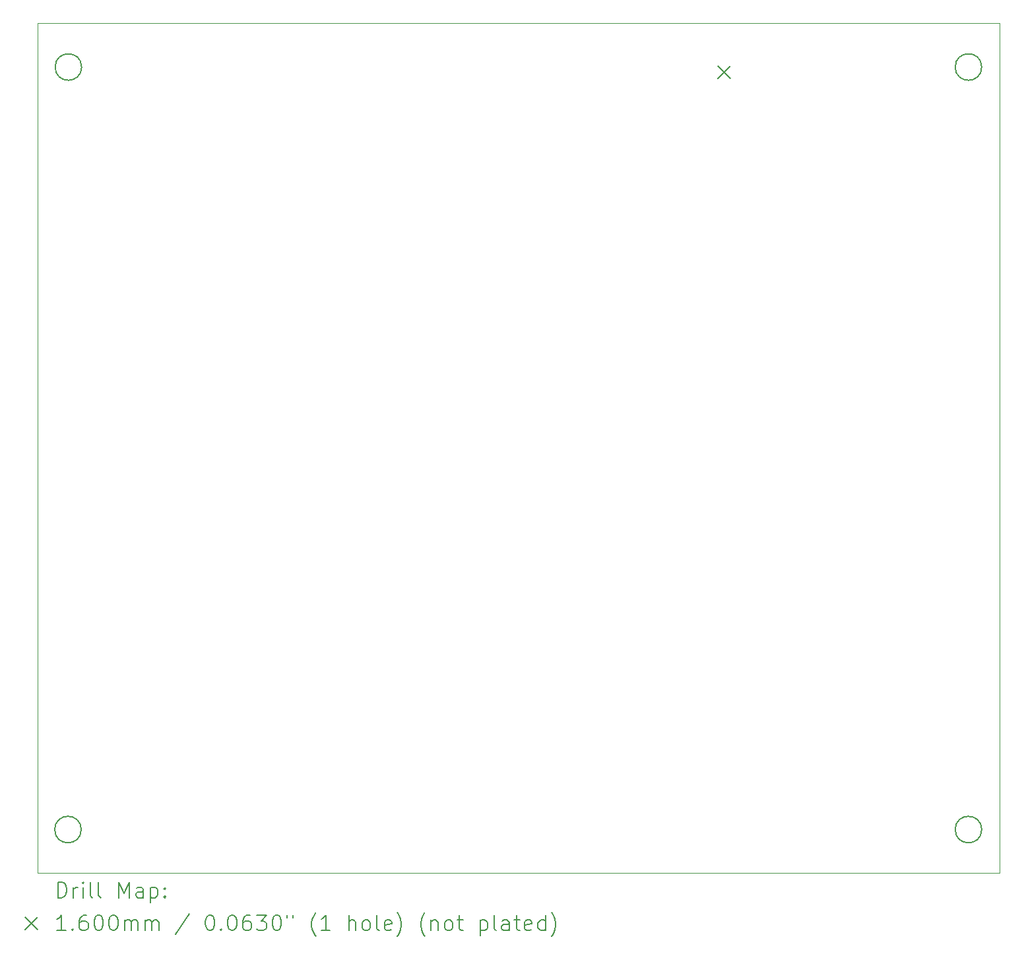
<source format=gbr>
%TF.GenerationSoftware,KiCad,Pcbnew,8.0.5*%
%TF.CreationDate,2025-03-13T16:15:27+08:00*%
%TF.ProjectId,hardware,68617264-7761-4726-952e-6b696361645f,rev?*%
%TF.SameCoordinates,Original*%
%TF.FileFunction,Drillmap*%
%TF.FilePolarity,Positive*%
%FSLAX45Y45*%
G04 Gerber Fmt 4.5, Leading zero omitted, Abs format (unit mm)*
G04 Created by KiCad (PCBNEW 8.0.5) date 2025-03-13 16:15:27*
%MOMM*%
%LPD*%
G01*
G04 APERTURE LIST*
%ADD10C,0.050000*%
%ADD11C,0.200000*%
%ADD12C,0.160000*%
G04 APERTURE END LIST*
D10*
X15793362Y-4348903D02*
X15793362Y-15260318D01*
X15793362Y-4348903D02*
X28115000Y-4348903D01*
X28134000Y-15229841D02*
X28134000Y-15260159D01*
D11*
X16352260Y-14700000D02*
G75*
G02*
X16012260Y-14700000I-170000J0D01*
G01*
X16012260Y-14700000D02*
G75*
G02*
X16352260Y-14700000I170000J0D01*
G01*
X27907260Y-4915000D02*
G75*
G02*
X27567260Y-4915000I-170000J0D01*
G01*
X27567260Y-4915000D02*
G75*
G02*
X27907260Y-4915000I170000J0D01*
G01*
X16357260Y-4915000D02*
G75*
G02*
X16017260Y-4915000I-170000J0D01*
G01*
X16017260Y-4915000D02*
G75*
G02*
X16357260Y-4915000I170000J0D01*
G01*
D10*
X28134000Y-15229841D02*
X28134000Y-4348743D01*
X28134000Y-4348743D02*
X28127260Y-4348743D01*
X28127260Y-4348903D02*
X28115000Y-4348903D01*
D11*
X27907260Y-14700000D02*
G75*
G02*
X27567260Y-14700000I-170000J0D01*
G01*
X27567260Y-14700000D02*
G75*
G02*
X27907260Y-14700000I170000J0D01*
G01*
D10*
X15793362Y-15260318D02*
X28134000Y-15260318D01*
D11*
D12*
X24520000Y-4900000D02*
X24680000Y-5060000D01*
X24680000Y-4900000D02*
X24520000Y-5060000D01*
D11*
X16051639Y-15574302D02*
X16051639Y-15374302D01*
X16051639Y-15374302D02*
X16099258Y-15374302D01*
X16099258Y-15374302D02*
X16127829Y-15383826D01*
X16127829Y-15383826D02*
X16146877Y-15402873D01*
X16146877Y-15402873D02*
X16156401Y-15421921D01*
X16156401Y-15421921D02*
X16165925Y-15460016D01*
X16165925Y-15460016D02*
X16165925Y-15488588D01*
X16165925Y-15488588D02*
X16156401Y-15526683D01*
X16156401Y-15526683D02*
X16146877Y-15545731D01*
X16146877Y-15545731D02*
X16127829Y-15564778D01*
X16127829Y-15564778D02*
X16099258Y-15574302D01*
X16099258Y-15574302D02*
X16051639Y-15574302D01*
X16251639Y-15574302D02*
X16251639Y-15440969D01*
X16251639Y-15479064D02*
X16261163Y-15460016D01*
X16261163Y-15460016D02*
X16270686Y-15450492D01*
X16270686Y-15450492D02*
X16289734Y-15440969D01*
X16289734Y-15440969D02*
X16308782Y-15440969D01*
X16375448Y-15574302D02*
X16375448Y-15440969D01*
X16375448Y-15374302D02*
X16365925Y-15383826D01*
X16365925Y-15383826D02*
X16375448Y-15393350D01*
X16375448Y-15393350D02*
X16384972Y-15383826D01*
X16384972Y-15383826D02*
X16375448Y-15374302D01*
X16375448Y-15374302D02*
X16375448Y-15393350D01*
X16499258Y-15574302D02*
X16480210Y-15564778D01*
X16480210Y-15564778D02*
X16470686Y-15545731D01*
X16470686Y-15545731D02*
X16470686Y-15374302D01*
X16604020Y-15574302D02*
X16584972Y-15564778D01*
X16584972Y-15564778D02*
X16575448Y-15545731D01*
X16575448Y-15545731D02*
X16575448Y-15374302D01*
X16832591Y-15574302D02*
X16832591Y-15374302D01*
X16832591Y-15374302D02*
X16899258Y-15517159D01*
X16899258Y-15517159D02*
X16965925Y-15374302D01*
X16965925Y-15374302D02*
X16965925Y-15574302D01*
X17146877Y-15574302D02*
X17146877Y-15469540D01*
X17146877Y-15469540D02*
X17137353Y-15450492D01*
X17137353Y-15450492D02*
X17118306Y-15440969D01*
X17118306Y-15440969D02*
X17080210Y-15440969D01*
X17080210Y-15440969D02*
X17061163Y-15450492D01*
X17146877Y-15564778D02*
X17127829Y-15574302D01*
X17127829Y-15574302D02*
X17080210Y-15574302D01*
X17080210Y-15574302D02*
X17061163Y-15564778D01*
X17061163Y-15564778D02*
X17051639Y-15545731D01*
X17051639Y-15545731D02*
X17051639Y-15526683D01*
X17051639Y-15526683D02*
X17061163Y-15507635D01*
X17061163Y-15507635D02*
X17080210Y-15498112D01*
X17080210Y-15498112D02*
X17127829Y-15498112D01*
X17127829Y-15498112D02*
X17146877Y-15488588D01*
X17242115Y-15440969D02*
X17242115Y-15640969D01*
X17242115Y-15450492D02*
X17261163Y-15440969D01*
X17261163Y-15440969D02*
X17299258Y-15440969D01*
X17299258Y-15440969D02*
X17318306Y-15450492D01*
X17318306Y-15450492D02*
X17327829Y-15460016D01*
X17327829Y-15460016D02*
X17337353Y-15479064D01*
X17337353Y-15479064D02*
X17337353Y-15536207D01*
X17337353Y-15536207D02*
X17327829Y-15555254D01*
X17327829Y-15555254D02*
X17318306Y-15564778D01*
X17318306Y-15564778D02*
X17299258Y-15574302D01*
X17299258Y-15574302D02*
X17261163Y-15574302D01*
X17261163Y-15574302D02*
X17242115Y-15564778D01*
X17423068Y-15555254D02*
X17432591Y-15564778D01*
X17432591Y-15564778D02*
X17423068Y-15574302D01*
X17423068Y-15574302D02*
X17413544Y-15564778D01*
X17413544Y-15564778D02*
X17423068Y-15555254D01*
X17423068Y-15555254D02*
X17423068Y-15574302D01*
X17423068Y-15450492D02*
X17432591Y-15460016D01*
X17432591Y-15460016D02*
X17423068Y-15469540D01*
X17423068Y-15469540D02*
X17413544Y-15460016D01*
X17413544Y-15460016D02*
X17423068Y-15450492D01*
X17423068Y-15450492D02*
X17423068Y-15469540D01*
D12*
X15630862Y-15822818D02*
X15790862Y-15982818D01*
X15790862Y-15822818D02*
X15630862Y-15982818D01*
D11*
X16156401Y-15994302D02*
X16042115Y-15994302D01*
X16099258Y-15994302D02*
X16099258Y-15794302D01*
X16099258Y-15794302D02*
X16080210Y-15822873D01*
X16080210Y-15822873D02*
X16061163Y-15841921D01*
X16061163Y-15841921D02*
X16042115Y-15851445D01*
X16242115Y-15975254D02*
X16251639Y-15984778D01*
X16251639Y-15984778D02*
X16242115Y-15994302D01*
X16242115Y-15994302D02*
X16232591Y-15984778D01*
X16232591Y-15984778D02*
X16242115Y-15975254D01*
X16242115Y-15975254D02*
X16242115Y-15994302D01*
X16423067Y-15794302D02*
X16384972Y-15794302D01*
X16384972Y-15794302D02*
X16365925Y-15803826D01*
X16365925Y-15803826D02*
X16356401Y-15813350D01*
X16356401Y-15813350D02*
X16337353Y-15841921D01*
X16337353Y-15841921D02*
X16327829Y-15880016D01*
X16327829Y-15880016D02*
X16327829Y-15956207D01*
X16327829Y-15956207D02*
X16337353Y-15975254D01*
X16337353Y-15975254D02*
X16346877Y-15984778D01*
X16346877Y-15984778D02*
X16365925Y-15994302D01*
X16365925Y-15994302D02*
X16404020Y-15994302D01*
X16404020Y-15994302D02*
X16423067Y-15984778D01*
X16423067Y-15984778D02*
X16432591Y-15975254D01*
X16432591Y-15975254D02*
X16442115Y-15956207D01*
X16442115Y-15956207D02*
X16442115Y-15908588D01*
X16442115Y-15908588D02*
X16432591Y-15889540D01*
X16432591Y-15889540D02*
X16423067Y-15880016D01*
X16423067Y-15880016D02*
X16404020Y-15870492D01*
X16404020Y-15870492D02*
X16365925Y-15870492D01*
X16365925Y-15870492D02*
X16346877Y-15880016D01*
X16346877Y-15880016D02*
X16337353Y-15889540D01*
X16337353Y-15889540D02*
X16327829Y-15908588D01*
X16565925Y-15794302D02*
X16584972Y-15794302D01*
X16584972Y-15794302D02*
X16604020Y-15803826D01*
X16604020Y-15803826D02*
X16613544Y-15813350D01*
X16613544Y-15813350D02*
X16623067Y-15832397D01*
X16623067Y-15832397D02*
X16632591Y-15870492D01*
X16632591Y-15870492D02*
X16632591Y-15918112D01*
X16632591Y-15918112D02*
X16623067Y-15956207D01*
X16623067Y-15956207D02*
X16613544Y-15975254D01*
X16613544Y-15975254D02*
X16604020Y-15984778D01*
X16604020Y-15984778D02*
X16584972Y-15994302D01*
X16584972Y-15994302D02*
X16565925Y-15994302D01*
X16565925Y-15994302D02*
X16546877Y-15984778D01*
X16546877Y-15984778D02*
X16537353Y-15975254D01*
X16537353Y-15975254D02*
X16527829Y-15956207D01*
X16527829Y-15956207D02*
X16518306Y-15918112D01*
X16518306Y-15918112D02*
X16518306Y-15870492D01*
X16518306Y-15870492D02*
X16527829Y-15832397D01*
X16527829Y-15832397D02*
X16537353Y-15813350D01*
X16537353Y-15813350D02*
X16546877Y-15803826D01*
X16546877Y-15803826D02*
X16565925Y-15794302D01*
X16756401Y-15794302D02*
X16775448Y-15794302D01*
X16775448Y-15794302D02*
X16794496Y-15803826D01*
X16794496Y-15803826D02*
X16804020Y-15813350D01*
X16804020Y-15813350D02*
X16813544Y-15832397D01*
X16813544Y-15832397D02*
X16823068Y-15870492D01*
X16823068Y-15870492D02*
X16823068Y-15918112D01*
X16823068Y-15918112D02*
X16813544Y-15956207D01*
X16813544Y-15956207D02*
X16804020Y-15975254D01*
X16804020Y-15975254D02*
X16794496Y-15984778D01*
X16794496Y-15984778D02*
X16775448Y-15994302D01*
X16775448Y-15994302D02*
X16756401Y-15994302D01*
X16756401Y-15994302D02*
X16737353Y-15984778D01*
X16737353Y-15984778D02*
X16727829Y-15975254D01*
X16727829Y-15975254D02*
X16718306Y-15956207D01*
X16718306Y-15956207D02*
X16708782Y-15918112D01*
X16708782Y-15918112D02*
X16708782Y-15870492D01*
X16708782Y-15870492D02*
X16718306Y-15832397D01*
X16718306Y-15832397D02*
X16727829Y-15813350D01*
X16727829Y-15813350D02*
X16737353Y-15803826D01*
X16737353Y-15803826D02*
X16756401Y-15794302D01*
X16908782Y-15994302D02*
X16908782Y-15860969D01*
X16908782Y-15880016D02*
X16918306Y-15870492D01*
X16918306Y-15870492D02*
X16937353Y-15860969D01*
X16937353Y-15860969D02*
X16965925Y-15860969D01*
X16965925Y-15860969D02*
X16984972Y-15870492D01*
X16984972Y-15870492D02*
X16994496Y-15889540D01*
X16994496Y-15889540D02*
X16994496Y-15994302D01*
X16994496Y-15889540D02*
X17004020Y-15870492D01*
X17004020Y-15870492D02*
X17023068Y-15860969D01*
X17023068Y-15860969D02*
X17051639Y-15860969D01*
X17051639Y-15860969D02*
X17070687Y-15870492D01*
X17070687Y-15870492D02*
X17080210Y-15889540D01*
X17080210Y-15889540D02*
X17080210Y-15994302D01*
X17175449Y-15994302D02*
X17175449Y-15860969D01*
X17175449Y-15880016D02*
X17184972Y-15870492D01*
X17184972Y-15870492D02*
X17204020Y-15860969D01*
X17204020Y-15860969D02*
X17232591Y-15860969D01*
X17232591Y-15860969D02*
X17251639Y-15870492D01*
X17251639Y-15870492D02*
X17261163Y-15889540D01*
X17261163Y-15889540D02*
X17261163Y-15994302D01*
X17261163Y-15889540D02*
X17270687Y-15870492D01*
X17270687Y-15870492D02*
X17289734Y-15860969D01*
X17289734Y-15860969D02*
X17318306Y-15860969D01*
X17318306Y-15860969D02*
X17337353Y-15870492D01*
X17337353Y-15870492D02*
X17346877Y-15889540D01*
X17346877Y-15889540D02*
X17346877Y-15994302D01*
X17737353Y-15784778D02*
X17565925Y-16041921D01*
X17994496Y-15794302D02*
X18013544Y-15794302D01*
X18013544Y-15794302D02*
X18032592Y-15803826D01*
X18032592Y-15803826D02*
X18042115Y-15813350D01*
X18042115Y-15813350D02*
X18051639Y-15832397D01*
X18051639Y-15832397D02*
X18061163Y-15870492D01*
X18061163Y-15870492D02*
X18061163Y-15918112D01*
X18061163Y-15918112D02*
X18051639Y-15956207D01*
X18051639Y-15956207D02*
X18042115Y-15975254D01*
X18042115Y-15975254D02*
X18032592Y-15984778D01*
X18032592Y-15984778D02*
X18013544Y-15994302D01*
X18013544Y-15994302D02*
X17994496Y-15994302D01*
X17994496Y-15994302D02*
X17975449Y-15984778D01*
X17975449Y-15984778D02*
X17965925Y-15975254D01*
X17965925Y-15975254D02*
X17956401Y-15956207D01*
X17956401Y-15956207D02*
X17946877Y-15918112D01*
X17946877Y-15918112D02*
X17946877Y-15870492D01*
X17946877Y-15870492D02*
X17956401Y-15832397D01*
X17956401Y-15832397D02*
X17965925Y-15813350D01*
X17965925Y-15813350D02*
X17975449Y-15803826D01*
X17975449Y-15803826D02*
X17994496Y-15794302D01*
X18146877Y-15975254D02*
X18156401Y-15984778D01*
X18156401Y-15984778D02*
X18146877Y-15994302D01*
X18146877Y-15994302D02*
X18137353Y-15984778D01*
X18137353Y-15984778D02*
X18146877Y-15975254D01*
X18146877Y-15975254D02*
X18146877Y-15994302D01*
X18280211Y-15794302D02*
X18299258Y-15794302D01*
X18299258Y-15794302D02*
X18318306Y-15803826D01*
X18318306Y-15803826D02*
X18327830Y-15813350D01*
X18327830Y-15813350D02*
X18337353Y-15832397D01*
X18337353Y-15832397D02*
X18346877Y-15870492D01*
X18346877Y-15870492D02*
X18346877Y-15918112D01*
X18346877Y-15918112D02*
X18337353Y-15956207D01*
X18337353Y-15956207D02*
X18327830Y-15975254D01*
X18327830Y-15975254D02*
X18318306Y-15984778D01*
X18318306Y-15984778D02*
X18299258Y-15994302D01*
X18299258Y-15994302D02*
X18280211Y-15994302D01*
X18280211Y-15994302D02*
X18261163Y-15984778D01*
X18261163Y-15984778D02*
X18251639Y-15975254D01*
X18251639Y-15975254D02*
X18242115Y-15956207D01*
X18242115Y-15956207D02*
X18232592Y-15918112D01*
X18232592Y-15918112D02*
X18232592Y-15870492D01*
X18232592Y-15870492D02*
X18242115Y-15832397D01*
X18242115Y-15832397D02*
X18251639Y-15813350D01*
X18251639Y-15813350D02*
X18261163Y-15803826D01*
X18261163Y-15803826D02*
X18280211Y-15794302D01*
X18518306Y-15794302D02*
X18480211Y-15794302D01*
X18480211Y-15794302D02*
X18461163Y-15803826D01*
X18461163Y-15803826D02*
X18451639Y-15813350D01*
X18451639Y-15813350D02*
X18432592Y-15841921D01*
X18432592Y-15841921D02*
X18423068Y-15880016D01*
X18423068Y-15880016D02*
X18423068Y-15956207D01*
X18423068Y-15956207D02*
X18432592Y-15975254D01*
X18432592Y-15975254D02*
X18442115Y-15984778D01*
X18442115Y-15984778D02*
X18461163Y-15994302D01*
X18461163Y-15994302D02*
X18499258Y-15994302D01*
X18499258Y-15994302D02*
X18518306Y-15984778D01*
X18518306Y-15984778D02*
X18527830Y-15975254D01*
X18527830Y-15975254D02*
X18537353Y-15956207D01*
X18537353Y-15956207D02*
X18537353Y-15908588D01*
X18537353Y-15908588D02*
X18527830Y-15889540D01*
X18527830Y-15889540D02*
X18518306Y-15880016D01*
X18518306Y-15880016D02*
X18499258Y-15870492D01*
X18499258Y-15870492D02*
X18461163Y-15870492D01*
X18461163Y-15870492D02*
X18442115Y-15880016D01*
X18442115Y-15880016D02*
X18432592Y-15889540D01*
X18432592Y-15889540D02*
X18423068Y-15908588D01*
X18604020Y-15794302D02*
X18727830Y-15794302D01*
X18727830Y-15794302D02*
X18661163Y-15870492D01*
X18661163Y-15870492D02*
X18689734Y-15870492D01*
X18689734Y-15870492D02*
X18708782Y-15880016D01*
X18708782Y-15880016D02*
X18718306Y-15889540D01*
X18718306Y-15889540D02*
X18727830Y-15908588D01*
X18727830Y-15908588D02*
X18727830Y-15956207D01*
X18727830Y-15956207D02*
X18718306Y-15975254D01*
X18718306Y-15975254D02*
X18708782Y-15984778D01*
X18708782Y-15984778D02*
X18689734Y-15994302D01*
X18689734Y-15994302D02*
X18632592Y-15994302D01*
X18632592Y-15994302D02*
X18613544Y-15984778D01*
X18613544Y-15984778D02*
X18604020Y-15975254D01*
X18851639Y-15794302D02*
X18870687Y-15794302D01*
X18870687Y-15794302D02*
X18889734Y-15803826D01*
X18889734Y-15803826D02*
X18899258Y-15813350D01*
X18899258Y-15813350D02*
X18908782Y-15832397D01*
X18908782Y-15832397D02*
X18918306Y-15870492D01*
X18918306Y-15870492D02*
X18918306Y-15918112D01*
X18918306Y-15918112D02*
X18908782Y-15956207D01*
X18908782Y-15956207D02*
X18899258Y-15975254D01*
X18899258Y-15975254D02*
X18889734Y-15984778D01*
X18889734Y-15984778D02*
X18870687Y-15994302D01*
X18870687Y-15994302D02*
X18851639Y-15994302D01*
X18851639Y-15994302D02*
X18832592Y-15984778D01*
X18832592Y-15984778D02*
X18823068Y-15975254D01*
X18823068Y-15975254D02*
X18813544Y-15956207D01*
X18813544Y-15956207D02*
X18804020Y-15918112D01*
X18804020Y-15918112D02*
X18804020Y-15870492D01*
X18804020Y-15870492D02*
X18813544Y-15832397D01*
X18813544Y-15832397D02*
X18823068Y-15813350D01*
X18823068Y-15813350D02*
X18832592Y-15803826D01*
X18832592Y-15803826D02*
X18851639Y-15794302D01*
X18994496Y-15794302D02*
X18994496Y-15832397D01*
X19070687Y-15794302D02*
X19070687Y-15832397D01*
X19365925Y-16070492D02*
X19356401Y-16060969D01*
X19356401Y-16060969D02*
X19337354Y-16032397D01*
X19337354Y-16032397D02*
X19327830Y-16013350D01*
X19327830Y-16013350D02*
X19318306Y-15984778D01*
X19318306Y-15984778D02*
X19308782Y-15937159D01*
X19308782Y-15937159D02*
X19308782Y-15899064D01*
X19308782Y-15899064D02*
X19318306Y-15851445D01*
X19318306Y-15851445D02*
X19327830Y-15822873D01*
X19327830Y-15822873D02*
X19337354Y-15803826D01*
X19337354Y-15803826D02*
X19356401Y-15775254D01*
X19356401Y-15775254D02*
X19365925Y-15765731D01*
X19546877Y-15994302D02*
X19432592Y-15994302D01*
X19489734Y-15994302D02*
X19489734Y-15794302D01*
X19489734Y-15794302D02*
X19470687Y-15822873D01*
X19470687Y-15822873D02*
X19451639Y-15841921D01*
X19451639Y-15841921D02*
X19432592Y-15851445D01*
X19784973Y-15994302D02*
X19784973Y-15794302D01*
X19870687Y-15994302D02*
X19870687Y-15889540D01*
X19870687Y-15889540D02*
X19861163Y-15870492D01*
X19861163Y-15870492D02*
X19842116Y-15860969D01*
X19842116Y-15860969D02*
X19813544Y-15860969D01*
X19813544Y-15860969D02*
X19794496Y-15870492D01*
X19794496Y-15870492D02*
X19784973Y-15880016D01*
X19994496Y-15994302D02*
X19975449Y-15984778D01*
X19975449Y-15984778D02*
X19965925Y-15975254D01*
X19965925Y-15975254D02*
X19956401Y-15956207D01*
X19956401Y-15956207D02*
X19956401Y-15899064D01*
X19956401Y-15899064D02*
X19965925Y-15880016D01*
X19965925Y-15880016D02*
X19975449Y-15870492D01*
X19975449Y-15870492D02*
X19994496Y-15860969D01*
X19994496Y-15860969D02*
X20023068Y-15860969D01*
X20023068Y-15860969D02*
X20042116Y-15870492D01*
X20042116Y-15870492D02*
X20051639Y-15880016D01*
X20051639Y-15880016D02*
X20061163Y-15899064D01*
X20061163Y-15899064D02*
X20061163Y-15956207D01*
X20061163Y-15956207D02*
X20051639Y-15975254D01*
X20051639Y-15975254D02*
X20042116Y-15984778D01*
X20042116Y-15984778D02*
X20023068Y-15994302D01*
X20023068Y-15994302D02*
X19994496Y-15994302D01*
X20175449Y-15994302D02*
X20156401Y-15984778D01*
X20156401Y-15984778D02*
X20146877Y-15965731D01*
X20146877Y-15965731D02*
X20146877Y-15794302D01*
X20327830Y-15984778D02*
X20308782Y-15994302D01*
X20308782Y-15994302D02*
X20270687Y-15994302D01*
X20270687Y-15994302D02*
X20251639Y-15984778D01*
X20251639Y-15984778D02*
X20242116Y-15965731D01*
X20242116Y-15965731D02*
X20242116Y-15889540D01*
X20242116Y-15889540D02*
X20251639Y-15870492D01*
X20251639Y-15870492D02*
X20270687Y-15860969D01*
X20270687Y-15860969D02*
X20308782Y-15860969D01*
X20308782Y-15860969D02*
X20327830Y-15870492D01*
X20327830Y-15870492D02*
X20337354Y-15889540D01*
X20337354Y-15889540D02*
X20337354Y-15908588D01*
X20337354Y-15908588D02*
X20242116Y-15927635D01*
X20404020Y-16070492D02*
X20413544Y-16060969D01*
X20413544Y-16060969D02*
X20432592Y-16032397D01*
X20432592Y-16032397D02*
X20442116Y-16013350D01*
X20442116Y-16013350D02*
X20451639Y-15984778D01*
X20451639Y-15984778D02*
X20461163Y-15937159D01*
X20461163Y-15937159D02*
X20461163Y-15899064D01*
X20461163Y-15899064D02*
X20451639Y-15851445D01*
X20451639Y-15851445D02*
X20442116Y-15822873D01*
X20442116Y-15822873D02*
X20432592Y-15803826D01*
X20432592Y-15803826D02*
X20413544Y-15775254D01*
X20413544Y-15775254D02*
X20404020Y-15765731D01*
X20765925Y-16070492D02*
X20756401Y-16060969D01*
X20756401Y-16060969D02*
X20737354Y-16032397D01*
X20737354Y-16032397D02*
X20727830Y-16013350D01*
X20727830Y-16013350D02*
X20718306Y-15984778D01*
X20718306Y-15984778D02*
X20708782Y-15937159D01*
X20708782Y-15937159D02*
X20708782Y-15899064D01*
X20708782Y-15899064D02*
X20718306Y-15851445D01*
X20718306Y-15851445D02*
X20727830Y-15822873D01*
X20727830Y-15822873D02*
X20737354Y-15803826D01*
X20737354Y-15803826D02*
X20756401Y-15775254D01*
X20756401Y-15775254D02*
X20765925Y-15765731D01*
X20842116Y-15860969D02*
X20842116Y-15994302D01*
X20842116Y-15880016D02*
X20851639Y-15870492D01*
X20851639Y-15870492D02*
X20870687Y-15860969D01*
X20870687Y-15860969D02*
X20899258Y-15860969D01*
X20899258Y-15860969D02*
X20918306Y-15870492D01*
X20918306Y-15870492D02*
X20927830Y-15889540D01*
X20927830Y-15889540D02*
X20927830Y-15994302D01*
X21051639Y-15994302D02*
X21032592Y-15984778D01*
X21032592Y-15984778D02*
X21023068Y-15975254D01*
X21023068Y-15975254D02*
X21013544Y-15956207D01*
X21013544Y-15956207D02*
X21013544Y-15899064D01*
X21013544Y-15899064D02*
X21023068Y-15880016D01*
X21023068Y-15880016D02*
X21032592Y-15870492D01*
X21032592Y-15870492D02*
X21051639Y-15860969D01*
X21051639Y-15860969D02*
X21080211Y-15860969D01*
X21080211Y-15860969D02*
X21099258Y-15870492D01*
X21099258Y-15870492D02*
X21108782Y-15880016D01*
X21108782Y-15880016D02*
X21118306Y-15899064D01*
X21118306Y-15899064D02*
X21118306Y-15956207D01*
X21118306Y-15956207D02*
X21108782Y-15975254D01*
X21108782Y-15975254D02*
X21099258Y-15984778D01*
X21099258Y-15984778D02*
X21080211Y-15994302D01*
X21080211Y-15994302D02*
X21051639Y-15994302D01*
X21175449Y-15860969D02*
X21251639Y-15860969D01*
X21204020Y-15794302D02*
X21204020Y-15965731D01*
X21204020Y-15965731D02*
X21213544Y-15984778D01*
X21213544Y-15984778D02*
X21232592Y-15994302D01*
X21232592Y-15994302D02*
X21251639Y-15994302D01*
X21470687Y-15860969D02*
X21470687Y-16060969D01*
X21470687Y-15870492D02*
X21489735Y-15860969D01*
X21489735Y-15860969D02*
X21527830Y-15860969D01*
X21527830Y-15860969D02*
X21546878Y-15870492D01*
X21546878Y-15870492D02*
X21556401Y-15880016D01*
X21556401Y-15880016D02*
X21565925Y-15899064D01*
X21565925Y-15899064D02*
X21565925Y-15956207D01*
X21565925Y-15956207D02*
X21556401Y-15975254D01*
X21556401Y-15975254D02*
X21546878Y-15984778D01*
X21546878Y-15984778D02*
X21527830Y-15994302D01*
X21527830Y-15994302D02*
X21489735Y-15994302D01*
X21489735Y-15994302D02*
X21470687Y-15984778D01*
X21680211Y-15994302D02*
X21661163Y-15984778D01*
X21661163Y-15984778D02*
X21651639Y-15965731D01*
X21651639Y-15965731D02*
X21651639Y-15794302D01*
X21842116Y-15994302D02*
X21842116Y-15889540D01*
X21842116Y-15889540D02*
X21832592Y-15870492D01*
X21832592Y-15870492D02*
X21813544Y-15860969D01*
X21813544Y-15860969D02*
X21775449Y-15860969D01*
X21775449Y-15860969D02*
X21756401Y-15870492D01*
X21842116Y-15984778D02*
X21823068Y-15994302D01*
X21823068Y-15994302D02*
X21775449Y-15994302D01*
X21775449Y-15994302D02*
X21756401Y-15984778D01*
X21756401Y-15984778D02*
X21746878Y-15965731D01*
X21746878Y-15965731D02*
X21746878Y-15946683D01*
X21746878Y-15946683D02*
X21756401Y-15927635D01*
X21756401Y-15927635D02*
X21775449Y-15918112D01*
X21775449Y-15918112D02*
X21823068Y-15918112D01*
X21823068Y-15918112D02*
X21842116Y-15908588D01*
X21908782Y-15860969D02*
X21984973Y-15860969D01*
X21937354Y-15794302D02*
X21937354Y-15965731D01*
X21937354Y-15965731D02*
X21946878Y-15984778D01*
X21946878Y-15984778D02*
X21965925Y-15994302D01*
X21965925Y-15994302D02*
X21984973Y-15994302D01*
X22127830Y-15984778D02*
X22108782Y-15994302D01*
X22108782Y-15994302D02*
X22070687Y-15994302D01*
X22070687Y-15994302D02*
X22051639Y-15984778D01*
X22051639Y-15984778D02*
X22042116Y-15965731D01*
X22042116Y-15965731D02*
X22042116Y-15889540D01*
X22042116Y-15889540D02*
X22051639Y-15870492D01*
X22051639Y-15870492D02*
X22070687Y-15860969D01*
X22070687Y-15860969D02*
X22108782Y-15860969D01*
X22108782Y-15860969D02*
X22127830Y-15870492D01*
X22127830Y-15870492D02*
X22137354Y-15889540D01*
X22137354Y-15889540D02*
X22137354Y-15908588D01*
X22137354Y-15908588D02*
X22042116Y-15927635D01*
X22308782Y-15994302D02*
X22308782Y-15794302D01*
X22308782Y-15984778D02*
X22289735Y-15994302D01*
X22289735Y-15994302D02*
X22251639Y-15994302D01*
X22251639Y-15994302D02*
X22232592Y-15984778D01*
X22232592Y-15984778D02*
X22223068Y-15975254D01*
X22223068Y-15975254D02*
X22213544Y-15956207D01*
X22213544Y-15956207D02*
X22213544Y-15899064D01*
X22213544Y-15899064D02*
X22223068Y-15880016D01*
X22223068Y-15880016D02*
X22232592Y-15870492D01*
X22232592Y-15870492D02*
X22251639Y-15860969D01*
X22251639Y-15860969D02*
X22289735Y-15860969D01*
X22289735Y-15860969D02*
X22308782Y-15870492D01*
X22384973Y-16070492D02*
X22394497Y-16060969D01*
X22394497Y-16060969D02*
X22413544Y-16032397D01*
X22413544Y-16032397D02*
X22423068Y-16013350D01*
X22423068Y-16013350D02*
X22432592Y-15984778D01*
X22432592Y-15984778D02*
X22442116Y-15937159D01*
X22442116Y-15937159D02*
X22442116Y-15899064D01*
X22442116Y-15899064D02*
X22432592Y-15851445D01*
X22432592Y-15851445D02*
X22423068Y-15822873D01*
X22423068Y-15822873D02*
X22413544Y-15803826D01*
X22413544Y-15803826D02*
X22394497Y-15775254D01*
X22394497Y-15775254D02*
X22384973Y-15765731D01*
M02*

</source>
